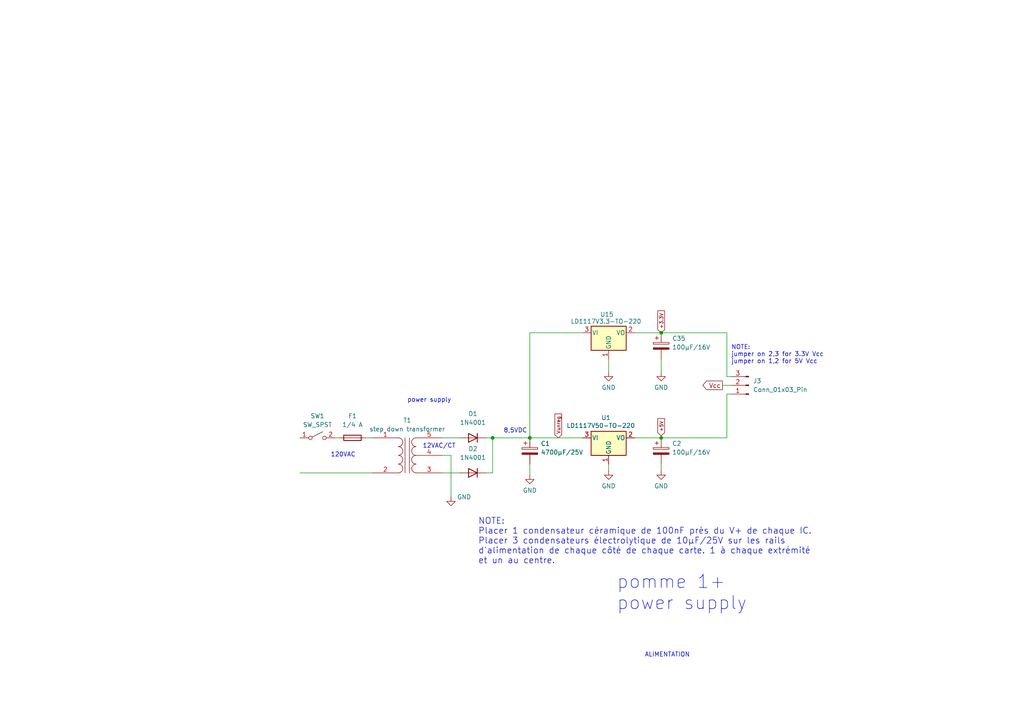
<source format=kicad_sch>
(kicad_sch (version 20231120) (generator "eeschema") (generator_version "8.0")
  (paper "A4")
  (lib_symbols
    (symbol "Connector:Conn_01x03_Pin" (pin_names (offset 1.016) hide)
      (property "Reference" "J" (at 0 5.08 0))
      (property "Value" "Conn_01x03_Pin" (at 0 -5.08 0))
      (symbol "Conn_01x03_Pin_1_1"
        (polyline (pts (xy 1.27 -2.54) (xy 0.8636 -2.54)) (stroke (width 0.1524)))
        (polyline (pts (xy 1.27 0) (xy 0.8636 0)) (stroke (width 0.1524)))
        (polyline (pts (xy 1.27 2.54) (xy 0.8636 2.54)) (stroke (width 0.1524)))
        (rectangle (start 0.8636 -2.413) (end 0 -2.667) (stroke (width 0.1524)) (fill (type outline)))
        (rectangle (start 0.8636 0.127) (end 0 -0.127) (stroke (width 0.1524)) (fill (type outline)))
        (rectangle (start 0.8636 2.667) (end 0 2.413) (stroke (width 0.1524)) (fill (type outline)))
        (pin passive line (at 5.08 2.54 180) (length 3.81) (name "Pin_1") (number "1"))
        (pin passive line (at 5.08 0 180) (length 3.81) (name "Pin_2") (number "2"))
        (pin passive line (at 5.08 -2.54 180) (length 3.81) (name "Pin_3") (number "3"))
      )
    )
    (symbol "Device:C_Polarized" (pin_numbers hide) (pin_names (offset 0.254))
      (property "Reference" "C" (at 0.635 2.54 0))
      (property "Value" "C_Polarized" (at 0.635 -2.54 0))
      (symbol "C_Polarized_0_1"
        (rectangle (start -2.286 0.508) (end 2.286 1.016))
        (polyline (pts (xy -1.778 2.286) (xy -0.762 2.286)))
        (polyline (pts (xy -1.27 2.794) (xy -1.27 1.778)))
        (rectangle (start 2.286 -0.508) (end -2.286 -1.016) (fill (type outline)))
      )
      (symbol "C_Polarized_1_1"
        (pin passive line (at 0 3.81 270) (length 2.794) (name "~") (number "1"))
        (pin passive line (at 0 -3.81 90) (length 2.794) (name "~") (number "2"))
      )
    )
    (symbol "Device:Fuse" (pin_numbers hide) (pin_names (offset 0))
      (property "Reference" "F" (at 2.032 0 90))
      (property "Value" "Fuse" (at -1.905 0 90))
      (symbol "Fuse_0_1"
        (rectangle (start -0.762 -2.54) (end 0.762 2.54) (stroke (width 0.254)))
        (polyline (pts (xy 0 2.54) (xy 0 -2.54)))
      )
      (symbol "Fuse_1_1"
        (pin passive line (at 0 3.81 270) (length 1.27) (name "~") (number "1"))
        (pin passive line (at 0 -3.81 90) (length 1.27) (name "~") (number "2"))
      )
    )
    (symbol "Device:Transformer_1P_SS" (pin_names (offset 1.016) hide)
      (property "Reference" "T" (at 0 6.35 0))
      (property "Value" "Transformer_1P_SS" (at 0 -7.62 0))
      (symbol "Transformer_1P_SS_0_1"
        (arc (start -2.54 -5.0546) (mid -1.6599 -4.6901) (end -1.27 -3.81))
        (arc (start -2.54 -2.5146) (mid -1.6599 -2.1501) (end -1.27 -1.27))
        (arc (start -2.54 0.0254) (mid -1.6599 0.3899) (end -1.27 1.27))
        (arc (start -2.54 2.5654) (mid -1.6599 2.9299) (end -1.27 3.81))
        (arc (start -1.27 -3.81) (mid -1.642 -2.912) (end -2.54 -2.54))
        (arc (start -1.27 -1.27) (mid -1.642 -0.372) (end -2.54 0))
        (arc (start -1.27 1.27) (mid -1.642 2.168) (end -2.54 2.54))
        (arc (start -1.27 3.81) (mid -1.642 4.708) (end -2.54 5.08))
        (polyline (pts (xy -0.635 5.08) (xy -0.635 -5.08)))
        (polyline (pts (xy 0.635 -5.08) (xy 0.635 5.08)))
        (arc (start 1.2954 -1.27) (mid 1.6599 -2.1501) (end 2.54 -2.5146))
        (arc (start 1.2954 1.27) (mid 1.6599 0.3899) (end 2.54 0.0254))
        (arc (start 1.2954 3.81) (mid 1.6599 2.9299) (end 2.54 2.5654))
        (arc (start 1.3208 -3.81) (mid 1.6853 -4.6901) (end 2.5654 -5.0546))
        (arc (start 2.54 0) (mid 1.642 -0.372) (end 1.2954 -1.27))
        (arc (start 2.54 2.54) (mid 1.642 2.168) (end 1.2954 1.27))
        (arc (start 2.54 5.08) (mid 1.642 4.708) (end 1.2954 3.81))
        (arc (start 2.5654 -2.54) (mid 1.6674 -2.912) (end 1.3208 -3.81))
      )
      (symbol "Transformer_1P_SS_1_1"
        (pin passive line (at -10.16 5.08 0) (length 7.62) (name "AA") (number "1"))
        (pin passive line (at -10.16 -5.08 0) (length 7.62) (name "AB") (number "2"))
        (pin passive line (at 10.16 -5.08 180) (length 7.62) (name "SA") (number "3"))
        (pin passive line (at 10.16 0 180) (length 7.62) (name "SC") (number "4"))
        (pin passive line (at 10.16 5.08 180) (length 7.62) (name "SB") (number "5"))
      )
    )
    (symbol "Diode:1N4004" (pin_numbers hide) (pin_names (offset 1.016) hide)
      (property "Reference" "D" (at 0 2.54 0))
      (property "Value" "1N4004" (at 0 -2.54 0))
      (symbol "1N4004_0_1"
        (polyline (pts (xy -1.27 1.27) (xy -1.27 -1.27)) (stroke (width 0.254)))
        (polyline (pts (xy 1.27 0) (xy -1.27 0)))
        (polyline (pts (xy 1.27 1.27) (xy 1.27 -1.27) (xy -1.27 0) (xy 1.27 1.27)) (stroke (width 0.254)))
      )
      (symbol "1N4004_1_1"
        (pin passive line (at -3.81 0 0) (length 2.54) (name "K") (number "1"))
        (pin passive line (at 3.81 0 180) (length 2.54) (name "A") (number "2"))
      )
    )
    (symbol "Regulator_Linear:LD1117S12TR_SOT223" (pin_names (offset 0.254))
      (property "Reference" "U" (at -3.81 3.175 0))
      (property "Value" "LD1117S12TR_SOT223" (at 0 3.175 0))
      (symbol "LD1117S12TR_SOT223_0_1"
        (rectangle (start -5.08 -5.08) (end 5.08 1.905) (stroke (width 0.254)) (fill (type background)))
      )
      (symbol "LD1117S12TR_SOT223_1_1"
        (pin power_in line (at 0 -7.62 90) (length 2.54) (name "GND") (number "1"))
        (pin power_out line (at 7.62 0 180) (length 2.54) (name "VO") (number "2"))
        (pin power_in line (at -7.62 0 0) (length 2.54) (name "VI") (number "3"))
      )
    )
    (symbol "Switch:SW_SPST" (pin_names (offset 0) hide)
      (property "Reference" "SW" (at 0 3.175 0))
      (property "Value" "SW_SPST" (at 0 -2.54 0))
      (symbol "SW_SPST_0_0"
        (circle (center -2.032 0) (radius 0.508))
        (polyline (pts (xy -1.524 0.254) (xy 1.524 1.778)))
        (circle (center 2.032 0) (radius 0.508))
      )
      (symbol "SW_SPST_1_1"
        (pin passive line (at -5.08 0 0) (length 2.54) (name "A") (number "1"))
        (pin passive line (at 5.08 0 180) (length 2.54) (name "B") (number "2"))
      )
    )
    (symbol "power:GND" (power) (pin_numbers hide) (pin_names (offset 0) hide)
      (property "Value" "GND" (at 0 -3.81 0))
      (symbol "GND_0_1"
        (polyline (pts (xy 0 0) (xy 0 -1.27) (xy 1.27 -1.27) (xy 0 -2.54) (xy -1.27 -1.27) (xy 0 -1.27)))
      )
      (symbol "GND_1_1"
        (pin power_in line (at 0 0 270) (length 0) (name "~") (number "1"))
      )
    )
  )
  (junction (at 142.875 127))
  (junction (at 191.77 127))
  (junction (at 191.77 96.52))
  (junction (at 153.67 127))
  (wire (pts (xy 153.67 134.62) (xy 153.67 137.795)))
  (wire (pts (xy 140.97 137.16) (xy 142.875 137.16)))
  (wire (pts (xy 210.82 109.22) (xy 212.09 109.22)))
  (wire (pts (xy 168.91 96.52) (xy 153.67 96.52)))
  (wire (pts (xy 191.77 134.62) (xy 191.77 136.525)))
  (wire (pts (xy 191.77 127) (xy 210.82 127)))
  (wire (pts (xy 191.77 96.52) (xy 210.82 96.52)))
  (wire (pts (xy 128.27 132.08) (xy 130.81 132.08)))
  (wire (pts (xy 86.995 137.16) (xy 107.95 137.16)))
  (wire (pts (xy 176.53 104.14) (xy 176.53 107.95)))
  (wire (pts (xy 130.81 144.145) (xy 130.81 132.08)))
  (wire (pts (xy 142.875 137.16) (xy 142.875 127)))
  (wire (pts (xy 209.55 111.76) (xy 212.09 111.76)))
  (wire (pts (xy 128.27 137.16) (xy 133.35 137.16)))
  (wire (pts (xy 184.15 127) (xy 191.77 127)))
  (wire (pts (xy 184.15 96.52) (xy 191.77 96.52)))
  (wire (pts (xy 191.77 104.14) (xy 191.77 107.95)))
  (wire (pts (xy 106.045 127) (xy 107.95 127)))
  (wire (pts (xy 191.77 126.365) (xy 191.77 127)))
  (wire (pts (xy 210.82 127) (xy 210.82 114.3)))
  (wire (pts (xy 97.155 127) (xy 98.425 127)))
  (wire (pts (xy 210.82 96.52) (xy 210.82 109.22)))
  (wire (pts (xy 176.53 134.62) (xy 176.53 136.525)))
  (wire (pts (xy 153.67 96.52) (xy 153.67 127)))
  (wire (pts (xy 142.875 127) (xy 153.67 127)))
  (wire (pts (xy 210.82 114.3) (xy 212.09 114.3)))
  (wire (pts (xy 128.27 127) (xy 133.35 127)))
  (wire (pts (xy 140.97 127) (xy 142.875 127)))
  (wire (pts (xy 153.67 127) (xy 168.91 127)))
  (text "NOTE:\njumper on 2,3 for 3.3V Vcc\njumper on 1,2 for 5V Vcc" (at 212.09 102.87 0) (effects (font (size 1.27 1.27)) (justify left)))
  (text "120VAC" (at 95.885 132.715 0) (effects (font (size 1.27 1.27)) (justify left bottom)))
  (text "NOTE:\nPlacer 1 condensateur céramique de 100nF près du V+ de chaque IC.\nPlacer 3 condensateurs électrolytique de 10µF/25V sur les rails \nd'alimentation de chaque côté de chaque carte. 1 à chaque extrémité\net un au centre.\n" (at 138.684 156.972 0) (effects (font (size 1.778 1.778)) (justify left)))
  (text "pomme 1+\npower supply" (at 178.816 171.958 0) (effects (font (size 3.81 3.81)) (justify left)))
  (text "power supply" (at 118.11 116.84 0) (effects (font (size 1.27 1.27)) (justify left bottom)))
  (text "12VAC/CT" (at 122.555 130.175 0) (effects (font (size 1.27 1.27)) (justify left bottom)))
  (text "8,5VDC" (at 146.05 125.73 0) (effects (font (size 1.27 1.27)) (justify left bottom)))
  (text "ALIMENTATION" (at 193.548 189.992 0) (effects (font (size 1.27 1.27))))
  (global_label "Vcc" (shape output) (at 209.55 111.76 180) (property "Intersheetrefs" "${INTERSHEET_REFS}" (effects (hide yes))))
  (global_label "Vunreg" (shape input) (at 161.925 127 90) (effects (font (size 1 1))) (property "Intersheetrefs" "${INTERSHEET_REFS}" (effects (hide yes))) (property "Références Inter-Feuilles" "${INTERSHEET_REFS}" (effects (hide yes))))
  (global_label "+5V" (shape input) (at 191.77 126.365 90) (effects (font (size 1 1))) (property "Intersheetrefs" "${INTERSHEET_REFS}" (effects (hide yes))) (property "Références Inter-Feuilles" "${INTERSHEET_REFS}" (effects (hide yes))))
  (global_label "+3.3V" (shape input) (at 191.77 96.52 90) (effects (font (size 1 1))) (property "Intersheetrefs" "${INTERSHEET_REFS}" (effects (hide yes))) (property "Références Inter-Feuilles" "${INTERSHEET_REFS}" (effects (hide yes))))
  (symbol (lib_id "Device:Fuse") (at 102.235 127 90) (unit 1)
    (property "Reference" "F1" (at 102.235 120.65 90))
    (property "Value" "1/4 A" (at 102.235 123.19 90))
  )
  (symbol (lib_id "Regulator_Linear:LD1117S12TR_SOT223") (at 176.53 96.52 0) (unit 1)
    (property "Reference" "U15" (at 176.022 91.186 0))
    (property "Value" "LD1117V3.3-TO-220" (at 175.768 93.218 0))
    (property "Footprint" "Package_TO_SOT_SMD:SOT-223-3_TabPin2" (effects (hide yes)))
    (property "Datasheet" "http://www.st.com/st-web-ui/static/active/en/resource/technical/document/datasheet/CD00000544.pdf" (effects (hide yes)))
  )
  (symbol (lib_id "Diode:1N4004") (at 137.16 127 180) (unit 1)
    (property "Reference" "D1" (at 137.16 120.015 0))
    (property "Value" "1N4001" (at 137.16 122.555 0))
    (property "Footprint" "Diode_THT:D_DO-41_SOD81_P10.16mm_Horizontal" (effects (hide yes)))
    (property "Datasheet" "http://www.vishay.com/docs/88503/1n4001.pdf" (effects (hide yes)))
  )
  (symbol (lib_id "Switch:SW_SPST") (at 92.075 127 0) (unit 1)
    (property "Reference" "SW1" (at 92.075 120.65 0))
    (property "Value" "SW_SPST" (at 92.075 123.19 0))
  )
  (symbol (lib_id "Device:Transformer_1P_SS") (at 118.11 132.08 0) (unit 1)
    (property "Reference" "T1" (at 118.1227 121.92 0))
    (property "Value" "step down transformer" (at 118.1227 124.46 0))
  )
  (symbol (lib_id "Regulator_Linear:LD1117S12TR_SOT223") (at 176.53 127 0) (unit 1)
    (property "Reference" "U1" (at 175.768 121.158 0))
    (property "Value" "LD1117V50-TO-220" (at 174.244 123.444 0))
    (property "Footprint" "Package_TO_SOT_SMD:SOT-223-3_TabPin2" (effects (hide yes)))
    (property "Datasheet" "http://www.st.com/st-web-ui/static/active/en/resource/technical/document/datasheet/CD00000544.pdf" (effects (hide yes)))
  )
  (symbol (lib_id "power:GND") (at 191.77 136.525 0) (unit 1)
    (property "Reference" "#PWR04" (effects (hide yes)))
    (property "Value" "GND" (at 191.77 140.97 0))
  )
  (symbol (lib_id "Device:C_Polarized") (at 191.77 100.33 0) (unit 1)
    (property "Reference" "C35" (at 194.945 98.1709 0) (effects (justify left)))
    (property "Value" "100µF/16V" (at 194.945 100.7109 0) (effects (justify left)))
  )
  (symbol (lib_id "power:GND") (at 191.77 107.95 0) (unit 1)
    (property "Reference" "#PWR030" (effects (hide yes)))
    (property "Value" "GND" (at 191.77 112.395 0))
  )
  (symbol (lib_id "Device:C_Polarized") (at 191.77 130.81 0) (unit 1)
    (property "Reference" "C2" (at 194.945 128.6509 0) (effects (justify left)))
    (property "Value" "100µF/16V" (at 194.945 131.1909 0) (effects (justify left)))
  )
  (symbol (lib_id "power:GND") (at 176.53 136.525 0) (unit 1)
    (property "Reference" "#PWR03" (effects (hide yes)))
    (property "Value" "GND" (at 176.53 140.97 0))
  )
  (symbol (lib_id "Device:C_Polarized") (at 153.67 130.81 0) (unit 1)
    (property "Reference" "C1" (at 156.845 128.6509 0) (effects (justify left)))
    (property "Value" "4700µF/25V" (at 156.845 131.1909 0) (effects (justify left)))
  )
  (symbol (lib_id "power:GND") (at 153.67 137.795 0) (unit 1)
    (property "Reference" "#PWR02" (effects (hide yes)))
    (property "Value" "GND" (at 153.67 142.24 0))
  )
  (symbol (lib_id "Connector:Conn_01x03_Pin") (at 217.17 111.76 180) (unit 1)
    (property "Reference" "J3" (at 218.44 110.4899 0) (effects (justify right)))
    (property "Value" "Conn_01x03_Pin" (at 218.44 113.0299 0) (effects (justify right)))
    (property "Description" "Generic connector, single row, 01x03, script generated" (effects (hide yes)))
  )
  (symbol (lib_id "power:GND") (at 130.81 144.145 0) (unit 1)
    (property "Reference" "#PWR01" (effects (hide yes)))
    (property "Value" "GND" (at 134.62 144.145 0))
  )
  (symbol (lib_id "power:GND") (at 176.53 107.95 0) (unit 1)
    (property "Reference" "#PWR029" (effects (hide yes)))
    (property "Value" "GND" (at 176.53 112.395 0))
  )
  (symbol (lib_id "Diode:1N4004") (at 137.16 137.16 180) (unit 1)
    (property "Reference" "D2" (at 137.16 130.175 0))
    (property "Value" "1N4001" (at 137.16 132.715 0))
    (property "Footprint" "Diode_THT:D_DO-41_SOD81_P10.16mm_Horizontal" (effects (hide yes)))
    (property "Datasheet" "http://www.vishay.com/docs/88503/1n4001.pdf" (effects (hide yes)))
  )
)
</source>
